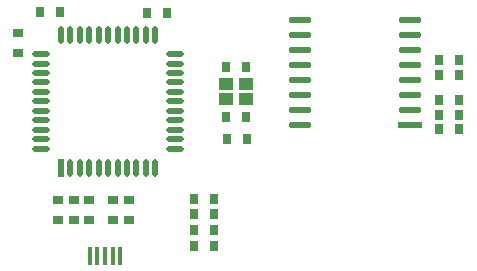
<source format=gtp>
%FSLAX33Y33*%
%MOMM*%
%AMRect-W670710-H870710-RO0.500*
21,1,0.67071,0.87071,0.,0.,270*%
%AMRect-W670710-H870710-RO1.500*
21,1,0.67071,0.87071,0.,0.,90*%
%AMRect-W670710-H870710-RO1.000*
21,1,0.67071,0.87071,0.,0.,180*%
%AMRect-W1980000-H530000-RO1.000*
21,1,1.98,0.53,0.,0.,180*%
%AMRR-H530000-W1980000-R265000-RO1.000*
21,1,1.45,0.53,0.,0.,180*
1,1,0.53,0.725,-0.*
1,1,0.53,-0.725,-0.*
1,1,0.53,-0.725,0.*
1,1,0.53,0.725,0.*%
%AMRect-W1488281-H525831-RO1.500*
21,1,1.488281,0.525831,0.,0.,90*%
%AMRR-H525831-W1488281-R262915-RO1.500*
21,1,0.962451,0.525831,0.,0.,90*
21,1,1.488281,0.000001,0.,0.,90*
1,1,0.52583,-0.0000005,-0.4812255*
1,1,0.52583,-0.0000005,0.4812255*
1,1,0.52583,0.0000005,0.4812255*
1,1,0.52583,0.0000005,-0.4812255*%
%AMRR-H1488281-W525831-R262915-RO1.500*
21,1,0.000001,1.488281,0.,0.,90*
21,1,0.525831,0.962451,0.,0.,90*
1,1,0.52583,-0.4812255,-0.0000005*
1,1,0.52583,-0.4812255,0.0000005*
1,1,0.52583,0.4812255,0.0000005*
1,1,0.52583,0.4812255,-0.0000005*%
%ADD10R,0.67071X0.87071*%
%ADD11R,0.45X1.5*%
%ADD12Rect-W670710-H870710-RO0.500*%
%ADD13Rect-W670710-H870710-RO1.500*%
%ADD14Rect-W670710-H870710-RO1.000*%
%ADD15Rect-W1980000-H530000-RO1.000*%
%ADD16RR-H530000-W1980000-R265000-RO1.000*%
%ADD17Rect-W1488281-H525831-RO1.500*%
%ADD18RR-H525831-W1488281-R262915-RO1.500*%
%ADD19RR-H1488281-W525831-R262915-RO1.500*%
%ADD20R,1.2X1.*%
D10*
%LNtop paste_traces*%
%LNtop paste component b91ffdef01e00872*%
G01*
X42175Y14169D03*
X43875Y14169D03*
%LNtop paste component 9fdb64bbcfd9a77c*%
D11*
X12595Y3475D03*
X13245Y3475D03*
X15195Y3475D03*
X13895Y3475D03*
X14545Y3475D03*
%LNtop paste component 84cf0bd8b20b0987*%
D12*
X6520Y22312D03*
X6520Y20612D03*
%LNtop paste component ec25ffb4a5f22221*%
D10*
X21450Y4300D03*
X23150Y4300D03*
%LNtop paste component ddd6a926bc8c1dc3*%
D13*
X12585Y6500D03*
X12585Y8200D03*
%LNtop paste component fce28939f63c5dc8*%
D14*
X10088Y24075D03*
X8388Y24075D03*
%LNtop paste component 8c92817f578251b9*%
D13*
X14580Y6500D03*
X14580Y8200D03*
%LNtop paste component d2a4fe636fd95985*%
D10*
X21450Y5644D03*
X23150Y5644D03*
%LNtop paste component 51ec350bf9d700a2*%
X24170Y15233D03*
X25870Y15233D03*
%LNtop paste component 1511dc9a44b694e0*%
X21450Y6976D03*
X23150Y6976D03*
%LNtop paste component 12e2b8e352b79090*%
D14*
X25870Y19435D03*
X24170Y19435D03*
%LNtop paste component 3ba8622ba2662513*%
D10*
X42175Y18754D03*
X43875Y18754D03*
%LNtop paste component e813251b1ef1d0c8*%
D15*
X39745Y14545D03*
D16*
X39745Y15815D03*
X39745Y17085D03*
X39745Y18355D03*
X39745Y19625D03*
X39745Y20895D03*
X39745Y22165D03*
X39745Y23435D03*
X30375Y23435D03*
X30375Y22165D03*
X30375Y20895D03*
X30375Y19625D03*
X30375Y18355D03*
X30375Y17085D03*
X30375Y15815D03*
X30375Y14545D03*
%LNtop paste component 2d768b8b602cab3a*%
D13*
X15932Y6500D03*
X15932Y8200D03*
%LNtop paste component 48381ae9b0a13e44*%
D14*
X25891Y13355D03*
X24191Y13355D03*
%LNtop paste component 23b1068e5906a491*%
X19132Y24050D03*
X17432Y24050D03*
%LNtop paste component 7822d83bbbda28c0*%
D17*
X10160Y10899D03*
D18*
X10960Y10899D03*
X11760Y10899D03*
X12560Y10899D03*
X13360Y10899D03*
X14160Y10899D03*
X14960Y10899D03*
X15760Y10899D03*
X16560Y10899D03*
X17360Y10899D03*
X18160Y10899D03*
X18160Y22181D03*
X17360Y22181D03*
X16560Y22181D03*
X15760Y22181D03*
X14960Y22181D03*
X14160Y22181D03*
X13360Y22181D03*
X12560Y22181D03*
X11760Y22181D03*
X10960Y22181D03*
X10160Y22181D03*
D19*
X19801Y12540D03*
X19801Y13340D03*
X19801Y14140D03*
X19801Y14940D03*
X19801Y15740D03*
X19801Y16540D03*
X19801Y17340D03*
X19801Y18140D03*
X19801Y18940D03*
X19801Y19740D03*
X19801Y20540D03*
X8519Y20540D03*
X8519Y19740D03*
X8519Y18940D03*
X8519Y18140D03*
X8519Y17340D03*
X8519Y16540D03*
X8519Y15740D03*
X8519Y14940D03*
X8519Y14140D03*
X8519Y13340D03*
X8519Y12540D03*
%LNtop paste component 3c27278c148a2f04*%
D14*
X43875Y16650D03*
X42175Y16650D03*
%LNtop paste component 5766e69468e6c804*%
D10*
X42175Y20024D03*
X43875Y20024D03*
%LNtop paste component 0f1de3bf73c6ccd1*%
X21450Y8300D03*
X23150Y8300D03*
%LNtop paste component b727e9ed986f8142*%
D20*
X24170Y16700D03*
X25870Y16700D03*
X25870Y18000D03*
X24170Y18000D03*
%LNtop paste component b3b1496daab2cd3d*%
D10*
X42175Y15380D03*
X43875Y15380D03*
%LNtop paste component ee30c7fa9c17aba8*%
D13*
X9897Y6500D03*
X9897Y8200D03*
%LNtop paste component 4bf68f377a3ec8f9*%
X11259Y6500D03*
X11259Y8200D03*
M02*
</source>
